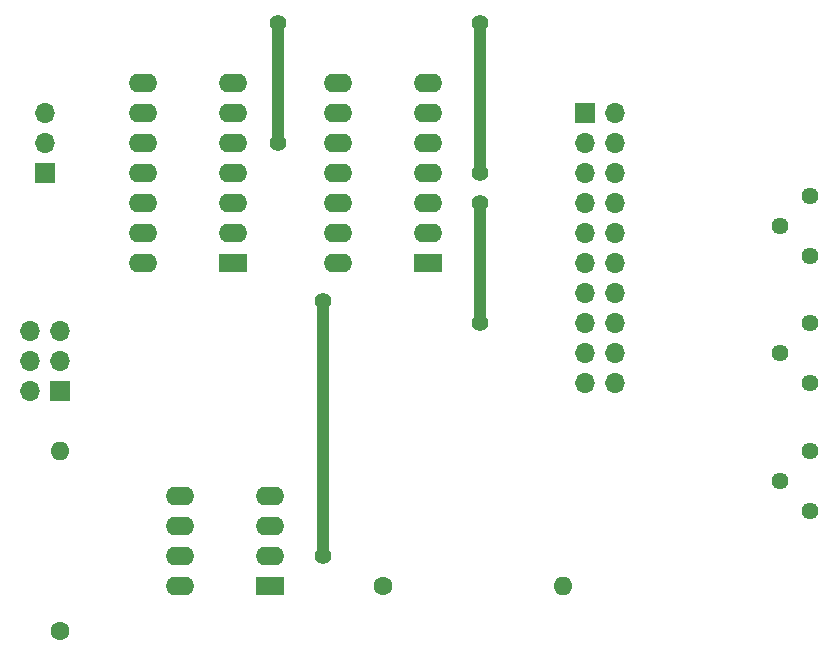
<source format=gbr>
%TF.GenerationSoftware,KiCad,Pcbnew,(5.1.6)-1*%
%TF.CreationDate,2021-02-01T21:39:40+01:00*%
%TF.ProjectId,carteDmx512,63617274-6544-46d7-9835-31322e6b6963,rev?*%
%TF.SameCoordinates,Original*%
%TF.FileFunction,Copper,L1,Top*%
%TF.FilePolarity,Positive*%
%FSLAX46Y46*%
G04 Gerber Fmt 4.6, Leading zero omitted, Abs format (unit mm)*
G04 Created by KiCad (PCBNEW (5.1.6)-1) date 2021-02-01 21:39:40*
%MOMM*%
%LPD*%
G01*
G04 APERTURE LIST*
%TA.AperFunction,ComponentPad*%
%ADD10O,2.400000X1.600000*%
%TD*%
%TA.AperFunction,ComponentPad*%
%ADD11R,2.400000X1.600000*%
%TD*%
%TA.AperFunction,ComponentPad*%
%ADD12C,1.440000*%
%TD*%
%TA.AperFunction,ComponentPad*%
%ADD13O,1.600000X1.600000*%
%TD*%
%TA.AperFunction,ComponentPad*%
%ADD14C,1.600000*%
%TD*%
%TA.AperFunction,ComponentPad*%
%ADD15O,1.700000X1.700000*%
%TD*%
%TA.AperFunction,ComponentPad*%
%ADD16R,1.700000X1.700000*%
%TD*%
%TA.AperFunction,ViaPad*%
%ADD17C,1.400000*%
%TD*%
%TA.AperFunction,Conductor*%
%ADD18C,1.000000*%
%TD*%
G04 APERTURE END LIST*
D10*
%TO.P,U3,8*%
%TO.N,5V*%
X82550000Y-170180000D03*
%TO.P,U3,4*%
%TO.N,DMX_TX*%
X90170000Y-162560000D03*
%TO.P,U3,7*%
%TO.N,Net-(J3-Pad1)*%
X82550000Y-167640000D03*
%TO.P,U3,3*%
%TO.N,enable*%
X90170000Y-165100000D03*
%TO.P,U3,6*%
%TO.N,Net-(J3-Pad3)*%
X82550000Y-165100000D03*
%TO.P,U3,2*%
%TO.N,5V*%
X90170000Y-167640000D03*
%TO.P,U3,5*%
%TO.N,GND*%
X82550000Y-162560000D03*
D11*
%TO.P,U3,1*%
%TO.N,Net-(R2-Pad1)*%
X90170000Y-170180000D03*
%TD*%
D12*
%TO.P,RV3,1*%
%TO.N,3.3V*%
X135890000Y-158750000D03*
%TO.P,RV3,2*%
%TO.N,AnInB*%
X133350000Y-161290000D03*
%TO.P,RV3,3*%
%TO.N,GND*%
X135890000Y-163830000D03*
%TD*%
%TO.P,RV2,1*%
%TO.N,3.3V*%
X135890000Y-147955000D03*
%TO.P,RV2,2*%
%TO.N,AnInG*%
X133350000Y-150495000D03*
%TO.P,RV2,3*%
%TO.N,GND*%
X135890000Y-153035000D03*
%TD*%
%TO.P,RV1,1*%
%TO.N,3.3V*%
X135890000Y-137160000D03*
%TO.P,RV1,2*%
%TO.N,AnInR*%
X133350000Y-139700000D03*
%TO.P,RV1,3*%
%TO.N,GND*%
X135890000Y-142240000D03*
%TD*%
D13*
%TO.P,R2,2*%
%TO.N,GND*%
X114935000Y-170180000D03*
D14*
%TO.P,R2,1*%
%TO.N,Net-(R2-Pad1)*%
X99695000Y-170180000D03*
%TD*%
D13*
%TO.P,R1,2*%
%TO.N,Net-(J3-Pad3)*%
X72390000Y-158750000D03*
D14*
%TO.P,R1,1*%
%TO.N,Net-(J3-Pad1)*%
X72390000Y-173990000D03*
%TD*%
D15*
%TO.P,J3,6*%
%TO.N,GND*%
X69850000Y-148590000D03*
%TO.P,J3,5*%
X72390000Y-148590000D03*
%TO.P,J3,4*%
%TO.N,Net-(J3-Pad3)*%
X69850000Y-151130000D03*
%TO.P,J3,3*%
X72390000Y-151130000D03*
%TO.P,J3,2*%
%TO.N,Net-(J3-Pad1)*%
X69850000Y-153670000D03*
D16*
%TO.P,J3,1*%
X72390000Y-153670000D03*
%TD*%
D15*
%TO.P,J2,3*%
%TO.N,Net-(J2-Pad3)*%
X71120000Y-130175000D03*
%TO.P,J2,2*%
%TO.N,DMX_TX*%
X71120000Y-132715000D03*
D16*
%TO.P,J2,1*%
%TO.N,Net-(J2-Pad1)*%
X71120000Y-135255000D03*
%TD*%
D15*
%TO.P,J1,20*%
%TO.N,AnInB*%
X119380000Y-153035000D03*
%TO.P,J1,19*%
X116840000Y-153035000D03*
%TO.P,J1,18*%
%TO.N,AnInG*%
X119380000Y-150495000D03*
%TO.P,J1,17*%
X116840000Y-150495000D03*
%TO.P,J1,16*%
%TO.N,AnInR*%
X119380000Y-147955000D03*
%TO.P,J1,15*%
X116840000Y-147955000D03*
%TO.P,J1,14*%
%TO.N,enable*%
X119380000Y-145415000D03*
%TO.P,J1,13*%
X116840000Y-145415000D03*
%TO.P,J1,12*%
%TO.N,out_s*%
X119380000Y-142875000D03*
%TO.P,J1,11*%
X116840000Y-142875000D03*
%TO.P,J1,10*%
%TO.N,start*%
X119380000Y-140335000D03*
%TO.P,J1,9*%
X116840000Y-140335000D03*
%TO.P,J1,8*%
%TO.N,TX*%
X119380000Y-137795000D03*
%TO.P,J1,7*%
X116840000Y-137795000D03*
%TO.P,J1,6*%
%TO.N,GND*%
X119380000Y-135255000D03*
%TO.P,J1,5*%
X116840000Y-135255000D03*
%TO.P,J1,4*%
%TO.N,3.3V*%
X119380000Y-132715000D03*
%TO.P,J1,3*%
X116840000Y-132715000D03*
%TO.P,J1,2*%
%TO.N,5V*%
X119380000Y-130175000D03*
D16*
%TO.P,J1,1*%
X116840000Y-130175000D03*
%TD*%
D11*
%TO.P,U1,1*%
%TO.N,out_s*%
X103505000Y-142875000D03*
D10*
%TO.P,U1,8*%
%TO.N,N/C*%
X95885000Y-127635000D03*
%TO.P,U1,2*%
%TO.N,start*%
X103505000Y-140335000D03*
%TO.P,U1,9*%
%TO.N,N/C*%
X95885000Y-130175000D03*
%TO.P,U1,3*%
%TO.N,Net-(U1-Pad3)*%
X103505000Y-137795000D03*
%TO.P,U1,10*%
%TO.N,N/C*%
X95885000Y-132715000D03*
%TO.P,U1,4*%
%TO.N,Net-(U1-Pad4)*%
X103505000Y-135255000D03*
%TO.P,U1,11*%
%TO.N,notstart*%
X95885000Y-135255000D03*
%TO.P,U1,5*%
%TO.N,TX*%
X103505000Y-132715000D03*
%TO.P,U1,12*%
%TO.N,start*%
X95885000Y-137795000D03*
%TO.P,U1,6*%
%TO.N,notstart*%
X103505000Y-130175000D03*
%TO.P,U1,13*%
%TO.N,start*%
X95885000Y-140335000D03*
%TO.P,U1,7*%
%TO.N,GND*%
X103505000Y-127635000D03*
%TO.P,U1,14*%
%TO.N,5V*%
X95885000Y-142875000D03*
%TD*%
%TO.P,U2,14*%
%TO.N,5V*%
X79375000Y-142875000D03*
%TO.P,U2,7*%
%TO.N,GND*%
X86995000Y-127635000D03*
%TO.P,U2,13*%
%TO.N,Net-(U2-Pad13)*%
X79375000Y-140335000D03*
%TO.P,U2,6*%
%TO.N,Net-(U1-Pad4)*%
X86995000Y-130175000D03*
%TO.P,U2,12*%
%TO.N,Net-(U1-Pad3)*%
X79375000Y-137795000D03*
%TO.P,U2,5*%
%TO.N,Net-(U1-Pad4)*%
X86995000Y-132715000D03*
%TO.P,U2,11*%
%TO.N,Net-(J2-Pad1)*%
X79375000Y-135255000D03*
%TO.P,U2,4*%
%TO.N,Net-(U2-Pad13)*%
X86995000Y-135255000D03*
%TO.P,U2,10*%
%TO.N,Net-(J2-Pad3)*%
X79375000Y-132715000D03*
%TO.P,U2,3*%
%TO.N,N/C*%
X86995000Y-137795000D03*
%TO.P,U2,9*%
%TO.N,Net-(J2-Pad1)*%
X79375000Y-130175000D03*
%TO.P,U2,2*%
%TO.N,N/C*%
X86995000Y-140335000D03*
%TO.P,U2,8*%
%TO.N,Net-(J2-Pad1)*%
X79375000Y-127635000D03*
D11*
%TO.P,U2,1*%
%TO.N,N/C*%
X86995000Y-142875000D03*
%TD*%
D17*
%TO.N,5V*%
X94615000Y-167640000D03*
X94615000Y-146050000D03*
%TO.N,Net-(U1-Pad3)*%
X107950000Y-137795000D03*
X107950000Y-147955000D03*
%TO.N,Net-(U1-Pad4)*%
X90805000Y-132715000D03*
X107950000Y-135255000D03*
X90805000Y-122555000D03*
X107950000Y-122555000D03*
%TD*%
D18*
%TO.N,5V*%
X94615000Y-167640000D02*
X94615000Y-147955000D01*
X94615000Y-147955000D02*
X94615000Y-146050000D01*
%TO.N,Net-(U1-Pad3)*%
X107950000Y-137795000D02*
X107950000Y-147955000D01*
%TO.N,Net-(U1-Pad4)*%
X90805000Y-132715000D02*
X90805000Y-122555000D01*
X107950000Y-135255000D02*
X107950000Y-134265051D01*
X107950000Y-134265051D02*
X107950000Y-122555000D01*
%TD*%
M02*

</source>
